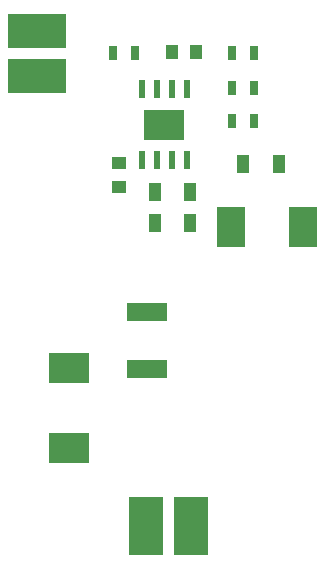
<source format=gbr>
G04 #@! TF.GenerationSoftware,KiCad,Pcbnew,(5.1.2)-2*
G04 #@! TF.CreationDate,2020-02-14T14:24:33-05:00*
G04 #@! TF.ProjectId,rpi-power-supply,7270692d-706f-4776-9572-2d737570706c,rev?*
G04 #@! TF.SameCoordinates,Original*
G04 #@! TF.FileFunction,Paste,Top*
G04 #@! TF.FilePolarity,Positive*
%FSLAX46Y46*%
G04 Gerber Fmt 4.6, Leading zero omitted, Abs format (unit mm)*
G04 Created by KiCad (PCBNEW (5.1.2)-2) date 2020-02-14 14:24:33*
%MOMM*%
%LPD*%
G04 APERTURE LIST*
%ADD10R,1.000000X1.600000*%
%ADD11R,1.000000X1.250000*%
%ADD12R,1.250000X1.000000*%
%ADD13R,3.390000X2.500000*%
%ADD14R,3.500000X1.600000*%
%ADD15R,3.510000X2.620000*%
%ADD16R,0.610000X1.600000*%
%ADD17R,2.350000X3.400000*%
%ADD18R,0.700000X1.300000*%
%ADD19R,3.000000X5.000000*%
%ADD20R,5.000000X3.000000*%
G04 APERTURE END LIST*
D10*
X137040000Y-97790000D03*
X140040000Y-97790000D03*
X137040000Y-100490000D03*
X140040000Y-100490000D03*
D11*
X138540000Y-85990000D03*
X140540000Y-85990000D03*
D12*
X133980000Y-97400000D03*
X133980000Y-95400000D03*
D10*
X147540000Y-95490000D03*
X144540000Y-95490000D03*
D13*
X129800000Y-119510000D03*
X129800000Y-112690000D03*
D14*
X136400000Y-107960000D03*
X136400000Y-112840000D03*
D15*
X137860000Y-92120000D03*
D16*
X135955000Y-89120000D03*
X137225000Y-89120000D03*
X138495000Y-89120000D03*
X139765000Y-89120000D03*
X139765000Y-95120000D03*
X138495000Y-95120000D03*
X137225000Y-95120000D03*
X135955000Y-95120000D03*
D17*
X149565000Y-100790000D03*
X143515000Y-100790000D03*
D18*
X133490000Y-86040000D03*
X135390000Y-86040000D03*
X143590000Y-86040000D03*
X145490000Y-86040000D03*
X143590000Y-89040000D03*
X145490000Y-89040000D03*
X145490000Y-91790000D03*
X143590000Y-91790000D03*
D19*
X136300000Y-126100000D03*
D20*
X127100000Y-88000000D03*
D19*
X140100000Y-126100000D03*
D20*
X127100000Y-84200000D03*
M02*

</source>
